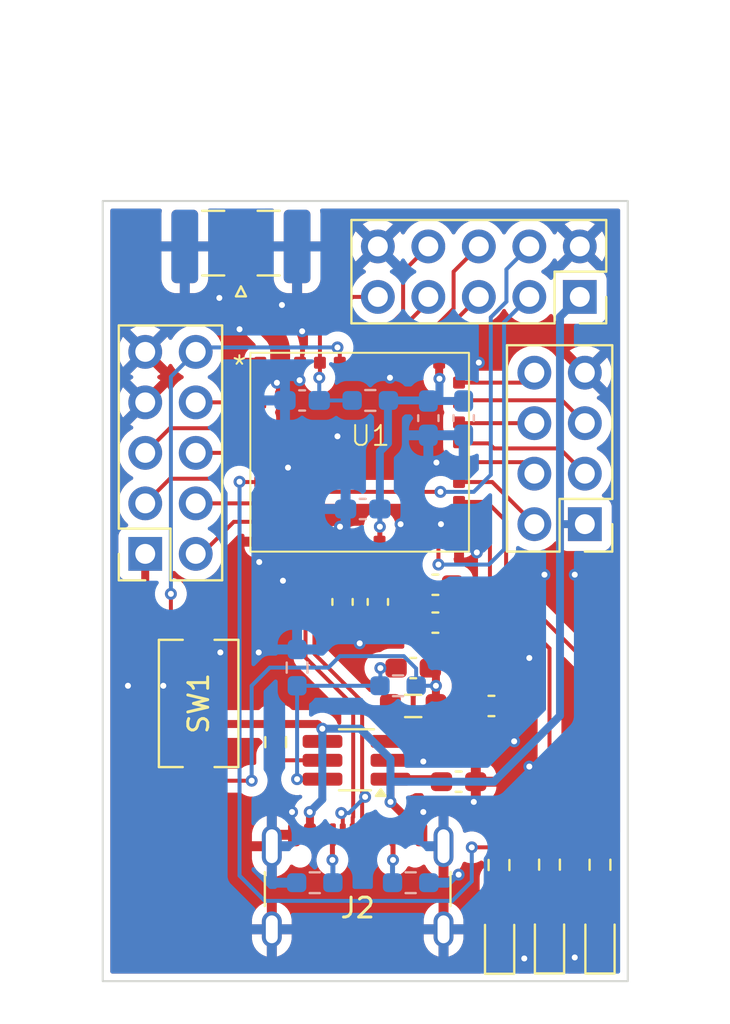
<source format=kicad_pcb>
(kicad_pcb (version 20241229) (generator "pcbnew") (generator_version "9.0")
  (layers (0 "F.Cu" signal) (2 "B.Cu" signal) (13 "F.Paste" user) (15 "B.Paste" user) (5 "F.SilkS" user "F.Silkscreen") (7 "B.SilkS" user "B.Silkscreen") (1 "F.Mask" user) (3 "B.Mask" user) (25 "Edge.Cuts" user))
  (net 0 "")
  (net 1 "GND")
  (net 2 "+3.3V")
  (net 3 "/MM_RESET_N")
  (net 4 "VBUS")
  (net 5 "Net-(U2-FB)")
  (net 6 "Net-(D1-A)")
  (net 7 "Net-(D2-A)")
  (net 8 "Net-(D3-A)")
  (net 9 "Net-(J1-In)")
  (net 12 "/USB_DP")
  (net 13 "/CC1")
  (net 14 "/CC2")
  (net 15 "/MM_JTAG_TDI")
  (net 16 "/MM_JTAG_TCK")
  (net 17 "/MM_JTAG_TDO")
  (net 18 "/MM_GPIO_3")
  (net 19 "/MM_BUSY")
  (net 20 "/MM_JTAG_TMS")
  (net 21 "/MM_GPIO_9")
  (net 22 "/MM_GPIO_7")
  (net 23 "/MM_WAKE")
  (net 24 "/MM_GPIO_10")
  (net 25 "/MM_DBG_RX")
  (net 26 "/MM_DBG_TX")
  (net 27 "/MM_GPIO_8")
  (net 28 "/MM_SD_D0")
  (net 29 "/MM_SD_D2")
  (net 30 "/MM_SD_D1")
  (net 31 "/MM_SD_CMD")
  (net 32 "/MM_SD_D3")
  (net 33 "/MM_SD_CLK")
  (net 34 "Net-(U2-LX)")
  (net 35 "/LED_PWR")
  (net 36 "/LED_R")
  (net 37 "/LED_G")
  (net 38 "Net-(U2-PG)")
  (net 39 "/USB_DN")
  (footprint "Capacitor_SMD:C_0603_1608Metric_Pad1.08x0.95mm_HandSolder" (layer "F.Cu") (at 78.74 80.01)
    (property "Reference" "C9")
    (property "Value" "10u")
    (pad "1" smd roundrect (at -0.8625 0) (size 1.075 0.95) (layers "F.Cu" "F.Mask" "F.Paste") (net 4 "VBUS"))
    (pad "2" smd roundrect (at 0.8625 0) (size 1.075 0.95) (layers "F.Cu" "F.Mask" "F.Paste") (net 1 "GND"))
  )
  (footprint "Resistor_SMD:R_0603_1608Metric_Pad0.98x0.95mm_HandSolder" (layer "F.Cu") (at 83.312 84.18225 -90)
    (property "Reference" "R3")
    (property "Value" "330")
    (pad "1" smd roundrect (at -0.9125 0 270) (size 0.975 0.95) (layers "F.Cu" "F.Mask" "F.Paste") (net 37 "/LED_G"))
    (pad "2" smd roundrect (at 0.9125 0 270) (size 0.975 0.95) (layers "F.Cu" "F.Mask" "F.Paste") (net 8 "Net-(D3-A)"))
  )
  (footprint "Connector_Coaxial:SMA_Samtec_SMA-J-P-H-ST-EM1_EdgeMount" (layer "F.Cu") (at 67.787 52.836 90)
    (property "Reference" "J1")
    (property "Value" "Conn_Coaxial")
    (pad "1" smd roundrect (at 0 0 180) (size 1.27 3.2) (layers "F.Cu" "F.Mask") (roundrect_rratio 0.1968503937) (net 9 "Net-(J1-In)"))
    (pad "2" smd roundrect (at -0.25 -2.825 180) (size 1.35 3.7) (layers "F.Cu" "F.Mask") (roundrect_rratio 0.1851851852) (net 1 "GND"))
    (pad "2" smd roundrect (at -0.25 -2.825 180) (size 1.35 3.7) (layers "B.Cu" "B.Mask") (roundrect_rratio 0.1851851852) (net 1 "GND"))
    (pad "2" smd roundrect (at -0.25 2.825 180) (size 1.35 3.7) (layers "F.Cu" "F.Mask") (roundrect_rratio 0.1851851852) (net 1 "GND"))
    (pad "2" smd roundrect (at -0.25 2.825 180) (size 1.35 3.7) (layers "B.Cu" "B.Mask") (roundrect_rratio 0.1851851852) (net 1 "GND"))
  )
  (footprint "MM8108:MF15457" (layer "F.Cu") (at 68.7605 53.937)
    (property "Reference" "U1" (at 5.5345 8.674 0) (layer "F.SilkS") (effects (font (thickness 0.1))))
    (property "Value" "MM8108-MF15457")
    (fp_text user "*" (at -1.5 5.75 0) (layer "F.SilkS") (effects (font (thickness 0.1)) (justify left bottom)))
    (pad "1" smd roundrect (at 0 5) (size 0.6 0.6) (layers "F.Cu" "F.Mask" "F.Paste") (roundrect_rratio 0.15) (net 1 "GND"))
    (pad "2" smd roundrect (at 1 5) (size 0.6 0.6) (layers "F.Cu" "F.Mask" "F.Paste") (roundrect_rratio 0.15) (net 9 "Net-(J1-In)"))
    (pad "3" smd roundrect (at 2 5) (size 0.6 0.6) (layers "F.Cu" "F.Mask" "F.Paste") (roundrect_rratio 0.15) (net 1 "GND"))
    (pad "4" smd roundrect (at 3 5) (size 0.6 0.6) (layers "F.Cu" "F.Mask" "F.Paste") (roundrect_rratio 0.15) (net 3 "/MM_RESET_N"))
    (pad "5" smd roundrect (at 4 5) (size 0.6 0.6) (layers "F.Cu" "F.Mask" "F.Paste") (roundrect_rratio 0.15) (net 23 "/MM_WAKE"))
    (pad "6" smd roundrect (at 5 5) (size 0.6 0.6) (layers "F.Cu" "F.Mask" "F.Paste") (roundrect_rratio 0.15) (net 20 "/MM_JTAG_TMS"))
    (pad "7" smd roundrect (at 6 5) (size 0.6 0.6) (layers "F.Cu" "F.Mask" "F.Paste") (roundrect_rratio 0.15) (net 16 "/MM_JTAG_TCK"))
    (pad "8" smd roundrect (at 7 5) (size 0.6 0.6) (layers "F.Cu" "F.Mask" "F.Paste") (roundrect_rratio 0.15) (net 17 "/MM_JTAG_TDO"))
    (pad "9" smd roundrect (at 8 5) (size 0.6 0.6) (layers "F.Cu" "F.Mask" "F.Paste") (roundrect_rratio 0.15) (net 15 "/MM_JTAG_TDI"))
    (pad "10" smd roundrect (at 9 5) (size 0.6 0.6) (layers "F.Cu" "F.Mask" "F.Paste") (roundrect_rratio 0.15) (net 2 "+3.3V"))
    (pad "11" smd roundrect (at 10 5) (size 0.6 0.6) (layers "F.Cu" "F.Mask" "F.Paste") (roundrect_rratio 0.15) (net 1 "GND"))
    (pad "12" smd roundrect (at 10 6) (size 0.6 0.6) (layers "F.Cu" "F.Mask" "F.Paste") (roundrect_rratio 0.15) (net 28 "/MM_SD_D0"))
    (pad "13" smd roundrect (at 10 7) (size 0.6 0.6) (layers "F.Cu" "F.Mask" "F.Paste") (roundrect_rratio 0.15) (net 32 "/MM_SD_D3"))
    (pad "14" smd roundrect (at 10 8) (size 0.6 0.6) (layers "F.Cu" "F.Mask" "F.Paste") (roundrect_rratio 0.15) (net 30 "/MM_SD_D1"))
    (pad "15" smd roundrect (at 10 9) (size 0.6 0.6) (layers "F.Cu" "F.Mask" "F.Paste") (roundrect_rratio 0.15) (net 29 "/MM_SD_D2"))
    (pad "16" smd roundrect (at 10 10) (size 0.6 0.6) (layers "F.Cu" "F.Mask" "F.Paste") (roundrect_rratio 0.15) (net 31 "/MM_SD_CMD"))
    (pad "17" smd roundrect (at 10 11) (size 0.6 0.6) (layers "F.Cu" "F.Mask" "F.Paste") (roundrect_rratio 0.15) (net 33 "/MM_SD_CLK"))
    (pad "18" smd roundrect (at 10 12) (size 0.6 0.6) (layers "F.Cu" "F.Mask" "F.Paste") (roundrect_rratio 0.15) (net 36 "/LED_R"))
    (pad "19" smd roundrect (at 10 13) (size 0.6 0.6) (layers "F.Cu" "F.Mask" "F.Paste") (roundrect_rratio 0.15) (net 37 "/LED_G"))
    (pad "20" smd roundrect (at 10 14) (size 0.6 0.6) (layers "F.Cu" "F.Mask" "F.Paste") (roundrect_rratio 0.15) (net 1 "GND"))
    (pad "21" smd roundrect (at 9 14) (size 0.6 0.6) (layers "F.Cu" "F.Mask" "F.Paste") (roundrect_rratio 0.15) (net 18 "/MM_GPIO_3"))
    (pad "22" smd roundrect (at 8 14) (size 0.6 0.6) (layers "F.Cu" "F.Mask" "F.Paste") (roundrect_rratio 0.15) (net 2 "+3.3V"))
    (pad "23" smd roundrect (at 7 14) (size 0.6 0.6) (layers "F.Cu" "F.Mask" "F.Paste") (roundrect_rratio 0.15) (net 1 "GND"))
    (pad "24" smd roundrect (at 6 14) (size 0.6 0.6) (layers "F.Cu" "F.Mask" "F.Paste") (roundrect_rratio 0.15) (net 2 "+3.3V"))
    (pad "25" smd roundrect (at 5 14) (size 0.6 0.6) (layers "F.Cu" "F.Mask" "F.Paste") (roundrect_rratio 0.15) (net 2 "+3.3V"))
    (pad "26" smd roundrect (at 4 14) (size 0.6 0.6) (layers "F.Cu" "F.Mask" "F.Paste") (roundrect_rratio 0.15) (net 1 "GND"))
    (pad "27" smd roundrect (at 3 14) (size 0.6 0.6) (layers "F.Cu" "F.Mask" "F.Paste") (roundrect_rratio 0.15) (net 39 "/USB_DN"))
    (pad "28" smd roundrect (at 2 14) (size 0.6 0.6) (layers "F.Cu" "F.Mask" "F.Paste") (roundrect_rratio 0.15) (net 12 "/USB_DP"))
    (pad "29" smd roundrect (at 1 14) (size 0.6 0.6) (layers "F.Cu" "F.Mask" "F.Paste") (roundrect_rratio 0.15) (net 19 "/MM_BUSY"))
    (pad "30" smd roundrect (at 0 14) (size 0.6 0.6) (layers "F.Cu" "F.Mask" "F.Paste") (roundrect_rratio 0.15) (net 1 "GND"))
    (pad "31" smd roundrect (at 0 13) (size 0.6 0.6) (layers "F.Cu" "F.Mask" "F.Paste") (roundrect_rratio 0.15) (net 25 "/MM_DBG_RX"))
    (pad "32" smd roundrect (at 0 12) (size 0.6 0.6) (layers "F.Cu" "F.Mask" "F.Paste") (roundrect_rratio 0.15) (net 26 "/MM_DBG_TX"))
    (pad "33" smd roundrect (at 0 11) (size 0.6 0.6) (layers "F.Cu" "F.Mask" "F.Paste") (roundrect_rratio 0.15) (net 35 "/LED_PWR"))
    (pad "34" smd roundrect (at 0 10) (size 0.6 0.6) (layers "F.Cu" "F.Mask" "F.Paste") (roundrect_rratio 0.15) (net 22 "/MM_GPIO_7"))
    (pad "35" smd roundrect (at 0 9) (size 0.6 0.6) (layers "F.Cu" "F.Mask" "F.Paste") (roundrect_rratio 0.15) (net 27 "/MM_GPIO_8"))
    (pad "36" smd roundrect (at 0 8) (size 0.6 0.6) (layers "F.Cu" "F.Mask" "F.Paste") (roundrect_rratio 0.15) (net 21 "/MM_GPIO_9"))
    (pad "37" smd roundrect (at 0 7) (size 0.6 0.6) (layers "F.Cu" "F.Mask" "F.Paste") (roundrect_rratio 0.15) (net 24 "/MM_GPIO_10"))
    (pad "38" smd roundrect (at 0 6) (size 0.6 0.6) (layers "F.Cu" "F.Mask" "F.Paste") (roundrect_rratio 0.15) (net 1 "GND"))
  )
  (footprint "Capacitor_SMD:C_0603_1608Metric_Pad1.08x0.95mm_HandSolder" (layer "F.Cu") (at 80.391 76.2)
    (property "Reference" "C11")
    (property "Value" "22pF")
    (pad "1" smd roundrect (at -0.8625 0) (size 1.075 0.95) (layers "F.Cu" "F.Mask" "F.Paste") (net 2 "+3.3V"))
    (pad "2" smd roundrect (at 0.8625 0) (size 1.075 0.95) (layers "F.Cu" "F.Mask" "F.Paste") (net 1 "GND"))
  )
  (footprint "Package_TO_SOT_SMD:TSOT-23-6_HandSoldering" (layer "F.Cu") (at 73.601 78.933 180)
    (property "Reference" "U2")
    (property "Value" "AP3401")
    (pad "1" smd roundrect (at -1.71 -0.95 180) (size 2 0.65) (layers "F.Cu" "F.Mask" "F.Paste") (net 4 "VBUS"))
    (pad "2" smd roundrect (at -1.71 0 180) (size 2 0.65) (layers "F.Cu" "F.Mask" "F.Paste") (net 1 "GND"))
    (pad "3" smd roundrect (at -1.71 0.95 180) (size 2 0.65) (layers "F.Cu" "F.Mask" "F.Paste") (net 34 "Net-(U2-LX)"))
    (pad "4" smd roundrect (at 1.71 0.95 180) (size 2 0.65) (layers "F.Cu" "F.Mask" "F.Paste") (net 4 "VBUS"))
    (pad "5" smd roundrect (at 1.71 0 180) (size 2 0.65) (layers "F.Cu" "F.Mask" "F.Paste") (net 38 "Net-(U2-PG)"))
    (pad "6" smd roundrect (at 1.71 -0.95 180) (size 2 0.65) (layers "F.Cu" "F.Mask" "F.Paste") (net 5 "Net-(U2-FB)"))
  )
  (footprint "Capacitor_SMD:C_0603_1608Metric_Pad1.08x0.95mm_HandSolder" (layer "F.Cu") (at 77.5705 72.009)
    (property "Reference" "C6")
    (property "Value" "10uF")
    (pad "1" smd roundrect (at -0.8625 0) (size 1.075 0.95) (layers "F.Cu" "F.Mask" "F.Paste") (net 2 "+3.3V"))
    (pad "2" smd roundrect (at 0.8625 0) (size 1.075 0.95) (layers "F.Cu" "F.Mask" "F.Paste") (net 1 "GND"))
  )
  (footprint "Connector_PinSocket_2.54mm:PinSocket_2x05_P2.54mm_Vertical" (layer "F.Cu") (at 62.972 68.55 180)
    (property "Reference" "J4")
    (property "Value" "Conn_02x05_Odd_Even")
    (pad "1" thru_hole rect (at 0 0 180) (size 1.7 1.7) (drill 1) (layers "*.Cu" "*.Mask") (net 4 "VBUS"))
    (pad "2" thru_hole circle (at -2.54 0 180) (size 1.7 1.7) (drill 1) (layers "*.Cu" "*.Mask") (net 25 "/MM_DBG_RX"))
    (pad "3" thru_hole circle (at 0 2.54 180) (size 1.7 1.7) (drill 1) (layers "*.Cu" "*.Mask") (net 22 "/MM_GPIO_7"))
    (pad "4" thru_hole circle (at -2.54 2.54 180) (size 1.7 1.7) (drill 1) (layers "*.Cu" "*.Mask") (net 26 "/MM_DBG_TX"))
    (pad "5" thru_hole circle (at 0 5.08 180) (size 1.7 1.7) (drill 1) (layers "*.Cu" "*.Mask") (net 21 "/MM_GPIO_9"))
    (pad "6" thru_hole circle (at -2.54 5.08 180) (size 1.7 1.7) (drill 1) (layers "*.Cu" "*.Mask") (net 27 "/MM_GPIO_8"))
    (pad "7" thru_hole circle (at 0 7.62 180) (size 1.7 1.7) (drill 1) (layers "*.Cu" "*.Mask") (net 1 "GND"))
    (pad "8" thru_hole circle (at -2.54 7.62 180) (size 1.7 1.7) (drill 1) (layers "*.Cu" "*.Mask") (net 24 "/MM_GPIO_10"))
    (pad "9" thru_hole circle (at 0 10.16 180) (size 1.7 1.7) (drill 1) (layers "*.Cu" "*.Mask") (net 1 "GND"))
    (pad "10" thru_hole circle (at -2.54 10.16 180) (size 1.7 1.7) (drill 1) (layers "*.Cu" "*.Mask") (net 23 "/MM_WAKE"))
  )
  (footprint "Capacitor_SMD:C_0603_1608Metric_Pad1.08x0.95mm_HandSolder" (layer "F.Cu") (at 72.898 70.9676 -90)
    (property "Reference" "C7")
    (property "Value" "10uF")
    (pad "1" smd roundrect (at -0.8625 0 270) (size 1.075 0.95) (layers "F.Cu" "F.Mask" "F.Paste") (net 2 "+3.3V"))
    (pad "2" smd roundrect (at 0.8625 0 270) (size 1.075 0.95) (layers "F.Cu" "F.Mask" "F.Paste") (net 1 "GND"))
  )
  (footprint "Inductor_SMD:L_0805_2012Metric_Pad1.05x1.20mm_HandSolder" (layer "F.Cu") (at 76.454 76.2)
    (property "Reference" "L1")
    (property "Value" "2.2uH")
    (pad "1" smd roundrect (at -1.15 0) (size 1.05 1.2) (layers "F.Cu" "F.Mask" "F.Paste") (roundrect_rratio 0.238095) (net 34 "Net-(U2-LX)"))
    (pad "2" smd roundrect (at 1.15 0) (size 1.05 1.2) (layers "F.Cu" "F.Mask" "F.Paste") (roundrect_rratio 0.238095) (net 2 "+3.3V"))
  )
  (footprint "Capacitor_SMD:C_0603_1608Metric_Pad1.08x0.95mm_HandSolder" (layer "F.Cu") (at 76.454 74.295 180)
    (property "Reference" "C10")
    (property "Value" "22pF")
    (pad "1" smd roundrect (at -0.8625 0 180) (size 1.075 0.95) (layers "F.Cu" "F.Mask" "F.Paste") (net 2 "+3.3V"))
    (pad "2" smd roundrect (at 0.8625 0 180) (size 1.075 0.95) (layers "F.Cu" "F.Mask" "F.Paste") (net 5 "Net-(U2-FB)"))
  )
  (footprint "Connector_PinSocket_2.54mm:PinSocket_2x05_P2.54mm_Vertical" (layer "F.Cu") (at 84.836 55.626 -90)
    (property "Reference" "J3")
    (property "Value" "Conn_02x05_Odd_Even")
    (pad "1" thru_hole rect (at 0 0 270) (size 1.7 1.7) (drill 1) (layers "*.Cu" "*.Mask") (net 4 "VBUS"))
    (pad "2" thru_hole circle (at -2.54 0 270) (size 1.7 1.7) (drill 1) (layers "*.Cu" "*.Mask") (net 1 "GND"))
    (pad "3" thru_hole circle (at 0 2.54 270) (size 1.7 1.7) (drill 1) (layers "*.Cu" "*.Mask") (net 18 "/MM_GPIO_3"))
    (pad "4" thru_hole circle (at -2.54 2.54 270) (size 1.7 1.7) (drill 1) (layers "*.Cu" "*.Mask") (net 19 "/MM_BUSY"))
    (pad "5" thru_hole circle (at 0 5.08 270) (size 1.7 1.7) (drill 1) (layers "*.Cu" "*.Mask") (net 15 "/MM_JTAG_TDI"))
    (pad "6" thru_hole circle (at -2.54 5.08 270) (size 1.7 1.7) (drill 1) (layers "*.Cu" "*.Mask") (net 17 "/MM_JTAG_TDO"))
    (pad "7" thru_hole circle (at 0 7.62 270) (size 1.7 1.7) (drill 1) (layers "*.Cu" "*.Mask") (net 16 "/MM_JTAG_TCK"))
    (pad "8" thru_hole circle (at -2.54 7.62 270) (size 1.7 1.7) (drill 1) (layers "*.Cu" "*.Mask") (net 20 "/MM_JTAG_TMS"))
    (pad "9" thru_hole circle (at 0 10.16 270) (size 1.7 1.7) (drill 1) (layers "*.Cu" "*.Mask") (net 3 "/MM_RESET_N"))
    (pad "10" thru_hole circle (at -2.54 10.16 270) (size 1.7 1.7) (drill 1) (layers "*.Cu" "*.Mask") (net 1 "GND"))
  )
  (footprint "Resistor_SMD:R_0603_1608Metric_Pad0.98x0.95mm_HandSolder" (layer "F.Cu") (at 69.535 78.0205 -90)
    (property "Reference" "R7")
    (property "Value" "100k")
    (pad "1" smd roundrect (at -0.9125 0 270) (size 0.975 0.95) (layers "F.Cu" "F.Mask" "F.Paste") (net 4 "VBUS"))
    (pad "2" smd roundrect (at 0.9125 0 270) (size 0.975 0.95) (layers "F.Cu" "F.Mask" "F.Paste") (net 38 "Net-(U2-PG)"))
  )
  (footprint "Resistor_SMD:R_0603_1608Metric_Pad0.98x0.95mm_HandSolder" (layer "F.Cu") (at 85.852 84.187 -90)
    (property "Reference" "R2")
    (property "Value" "330")
    (pad "1" smd roundrect (at -0.9125 0 270) (size 0.975 0.95) (layers "F.Cu" "F.Mask" "F.Paste") (net 36 "/LED_R"))
    (pad "2" smd roundrect (at 0.9125 0 270) (size 0.975 0.95) (layers "F.Cu" "F.Mask" "F.Paste") (net 7 "Net-(D2-A)"))
  )
  (footprint "Capacitor_SMD:C_0603_1608Metric_Pad1.08x0.95mm_HandSolder" (layer "F.Cu") (at 74.676 70.9665 -90)
    (property "Reference" "C3")
    (property "Value" "100nF")
    (pad "1" smd roundrect (at -0.8625 0 270) (size 1.075 0.95) (layers "F.Cu" "F.Mask" "F.Paste") (net 2 "+3.3V"))
    (pad "2" smd roundrect (at 0.8625 0 270) (size 1.075 0.95) (layers "F.Cu" "F.Mask" "F.Paste") (net 1 "GND"))
  )
  (footprint "Diode_SMD:D_0603_1608Metric_Pad1.05x0.95mm_HandSolder" (layer "F.Cu") (at 80.802 88.011 90)
    (property "Reference" "D1")
    (property "Value" "GREEN")
    (pad "1" smd roundrect (at -0.875 0 90) (size 1.05 0.95) (layers "F.Cu" "F.Mask" "F.Paste") (net 1 "GND"))
    (pad "2" smd roundrect (at 0.875 0 90) (size 1.05 0.95) (layers "F.Cu" "F.Mask" "F.Paste") (net 6 "Net-(D1-A)"))
  )
  (footprint "Resistor_SMD:R_0603_1608Metric_Pad0.98x0.95mm_HandSolder" (layer "F.Cu") (at 80.772 84.201 -90)
    (property "Reference" "R1")
    (property "Value" "330")
    (pad "1" smd roundrect (at -0.9125 0 270) (size 0.975 0.95) (layers "F.Cu" "F.Mask" "F.Paste") (net 35 "/LED_PWR"))
    (pad "2" smd roundrect (at 0.9125 0 270) (size 0.975 0.95) (layers "F.Cu" "F.Mask" "F.Paste") (net 6 "Net-(D1-A)"))
  )
  (footprint "Capacitor_SMD:C_0603_1608Metric_Pad1.08x0.95mm_HandSolder" (layer "F.Cu") (at 77.5705 70.104)
    (property "Reference" "C2")
    (property "Value" "100nF")
    (pad "1" smd roundrect (at -0.8625 0) (size 1.075 0.95) (layers "F.Cu" "F.Mask" "F.Paste") (net 2 "+3.3V"))
    (pad "2" smd roundrect (at 0.8625 0) (size 1.075 0.95) (layers "F.Cu" "F.Mask" "F.Paste") (net 1 "GND"))
  )
  (footprint "Diode_SMD:D_0603_1608Metric_Pad1.05x0.95mm_HandSolder" (layer "F.Cu") (at 85.852 87.997 90)
    (property "Reference" "D2")
    (property "Value" "RED")
    (pad "1" smd roundrect (at -0.875 0 90) (size 1.05 0.95) (layers "F.Cu" "F.Mask" "F.Paste") (net 1 "GND"))
    (pad "2" smd roundrect (at 0.875 0 90) (size 1.05 0.95) (layers "F.Cu" "F.Mask" "F.Paste") (net 7 "Net-(D2-A)"))
  )
  (footprint "Diode_SMD:D_0603_1608Metric_Pad1.05x0.95mm_HandSolder" (layer "F.Cu") (at 83.312 87.99225 90)
    (property "Reference" "D3")
    (property "Value" "GREEN")
    (pad "1" smd roundrect (at -0.875 0 90) (size 1.05 0.95) (layers "F.Cu" "F.Mask" "F.Paste") (net 1 "GND"))
    (pad "2" smd roundrect (at 0.875 0 90) (size 1.05 0.95) (layers "F.Cu" "F.Mask" "F.Paste") (net 8 "Net-(D3-A)"))
  )
  (footprint "Connector_PinHeader_2.54mm:PinHeader_2x04_P2.54mm_Vertical" (layer "F.Cu") (at 85.09 67.056 180)
    (property "Reference" "J5")
    (property "Value" "Conn_02x04_Odd_Even")
    (pad "1" thru_hole rect (at 0 0 180) (size 1.7 1.7) (drill 1) (layers "*.Cu" "*.Mask") (net 4 "VBUS"))
    (pad "2" thru_hole circle (at 2.54 0 180) (size 1.7 1.7) (drill 1) (layers "*.Cu" "*.Mask") (net 33 "/MM_SD_CLK"))
    (pad "3" thru_hole circle (at 0 2.54 180) (size 1.7 1.7) (drill 1) (layers "*.Cu" "*.Mask") (net 29 "/MM_SD_D2"))
    (pad "4" thru_hole circle (at 2.54 2.54 180) (size 1.7 1.7) (drill 1) (layers "*.Cu" "*.Mask") (net 31 "/MM_SD_CMD"))
    (pad "5" thru_hole circle (at 0 5.08 180) (size 1.7 1.7) (drill 1) (layers "*.Cu" "*.Mask") (net 32 "/MM_SD_D3"))
    (pad "6" thru_hole circle (at 2.54 5.08 180) (size 1.7 1.7) (drill 1) (layers "*.Cu" "*.Mask") (net 30 "/MM_SD_D1"))
    (pad "7" thru_hole circle (at 0 7.62 180) (size 1.7 1.7) (drill 1) (layers "*.Cu" "*.Mask") (net 1 "GND"))
    (pad "8" thru_hole circle (at 2.54 7.62 180) (size 1.7 1.7) (drill 1) (layers "*.Cu" "*.Mask") (net 28 "/MM_SD_D0"))
  )
  (footprint "Button_Switch_SMD:SW_Tactile_SPST_NO_Straight_CK_PTS636Sx25SMTRLFS" (layer "F.Cu") (at 65.659 76.073 90)
    (property "Reference" "SW1" (at 0 0 90) (layer "F.SilkS"))
    (property "Value" "SW_SPST")
    (pad "1" smd rect (at -3.875 0 90) (size 1.25 1) (layers "F.Cu" "F.Mask" "F.Paste") (net 2 "+3.3V"))
    (pad "2" smd rect (at 3.875 0 90) (size 1.25 1) (layers "F.Cu" "F.Mask" "F.Paste") (net 23 "/MM_WAKE"))
  )
  (footprint "Connector_USB:USB_C_Receptacle_GCT_USB4105-xx-A_16P_TopMnt_Horizontal" (layer "F.Cu") (at 73.66 86.36)
    (property "Reference" "J2" (at 0 0 0) (layer "F.SilkS"))
    (property "Value" "USB_C_Receptacle_USB2.0_16P")
    (pad "" np_thru_hole circle (at -2.89 -2.605) (size 0.65 0.65) (drill 0.65) (layers "*.Cu" "*.Mask"))
    (pad "" np_thru_hole circle (at 2.89 -2.605) (size 0.65 0.65) (drill 0.65) (layers "*.Cu" "*.Mask"))
    (pad "A1" smd roundrect (at -3.2 -3.68) (size 0.6 1.15) (layers "F.Cu" "F.Mask" "F.Paste") (net 1 "GND"))
    (pad "A4" smd roundrect (at -2.4 -3.68) (size 0.6 1.15) (layers "F.Cu" "F.Mask" "F.Paste") (net 4 "VBUS"))
    (pad "A5" smd roundrect (at -1.25 -3.68) (size 0.3 1.15) (layers "F.Cu" "F.Mask" "F.Paste") (net 13 "/CC1"))
    (pad "A6" smd roundrect (at -0.25 -3.68) (size 0.3 1.15) (layers "F.Cu" "F.Mask" "F.Paste") (net 12 "/USB_DP"))
    (pad "A7" smd roundrect (at 0.25 -3.68) (size 0.3 1.15) (layers "F.Cu" "F.Mask" "F.Paste") (net 39 "/USB_DN"))
    (pad "A8" smd roundrect (at 1.25 -3.68) (size 0.3 1.15) (layers "F.Cu" "F.Mask" "F.Paste"))
    (pad "A9" smd roundrect (at 2.4 -3.68) (size 0.6 1.15) (layers "F.Cu" "F.Mask" "F.Paste") (net 4 "VBUS"))
    (pad "A12" smd roundrect (at 3.2 -3.68) (size 0.6 1.15) (layers "F.Cu" "F.Mask" "F.Paste") (net 1 "GND"))
    (pad "B1" smd roundrect (at 3.2 -3.68) (size 0.6 1.15) (layers "F.Cu" "F.Mask" "F.Paste") (net 1 "GND"))
    (pad "B4" smd roundrect (at 2.4 -3.68) (size 0.6 1.15) (layers "F.Cu" "F.Mask" "F.Paste") (net 4 "VBUS"))
    (pad "B5" smd roundrect (at 1.75 -3.68) (size 0.3 1.15) (layers "F.Cu" "F.Mask" "F.Paste") (net 14 "/CC2"))
    (pad "B6" smd roundrect (at 0.75 -3.68) (size 0.3 1.15) (layers "F.Cu" "F.Mask" "F.Paste") (net 12 "/USB_DP"))
    (pad "B7" smd roundrect (at -0.75 -3.68) (size 0.3 1.15) (layers "F.Cu" "F.Mask" "F.Paste") (net 39 "/USB_DN"))
    (pad "B8" smd roundrect (at -1.75 -3.68) (size 0.3 1.15) (layers "F.Cu" "F.Mask" "F.Paste"))
    (pad "B9" smd roundrect (at -2.4 -3.68) (size 0.6 1.15) (layers "F.Cu" "F.Mask" "F.Paste") (net 4 "VBUS"))
    (pad "B12" smd roundrect (at -3.2 -3.68) (size 0.6 1.15) (layers "F.Cu" "F.Mask" "F.Paste") (net 1 "GND"))
    (pad "S1" thru_hole oval (at -4.32 -3.105) (size 1 2.1) (drill oval 0.6 1.7) (property pad_prop_heatsink) (layers "*.Cu" "*.Mask" "F.Paste") (net 1 "GND"))
    (pad "S1" thru_hole oval (at -4.32 1.075) (size 1 1.8) (drill oval 0.6 1.4) (property pad_prop_heatsink) (layers "*.Cu" "*.Mask" "F.Paste") (net 1 "GND"))
    (pad "S1" thru_hole oval (at 4.32 -3.105) (size 1 2.1) (drill oval 0.6 1.7) (property pad_prop_heatsink) (layers "*.Cu" "*.Mask" "F.Paste") (net 1 "GND"))
    (pad "S1" thru_hole oval (at 4.32 1.075) (size 1 1.8) (drill oval 0.6 1.4) (property pad_prop_heatsink) (layers "*.Cu" "*.Mask" "F.Paste") (net 1 "GND"))
  )
  (footprint "Resistor_SMD:R_0603_1608Metric_Pad0.98x0.95mm_HandSolder" (layer "B.Cu") (at 76.327 85.09)
    (property "Reference" "R4")
    (property "Value" "5.1k")
    (pad "1" smd roundrect (at -0.9125 0) (size 0.975 0.95) (layers "B.Cu" "B.Mask" "B.Paste") (net 14 "/CC2"))
    (pad "2" smd roundrect (at 0.9125 0) (size 0.975 0.95) (layers "B.Cu" "B.Mask" "B.Paste") (net 1 "GND"))
  )
  (footprint "Capacitor_SMD:C_0603_1608Metric_Pad1.08x0.95mm_HandSolder" (layer "B.Cu") (at 78.994 61.722 -90)
    (property "Reference" "C5")
    (property "Value" "10uF")
    (pad "1" smd roundrect (at -0.8625 0 270) (size 1.075 0.95) (layers "B.Cu" "B.Mask" "B.Paste") (net 2 "+3.3V"))
    (pad "2" smd roundrect (at 0.8625 0 270) (size 1.075 0.95) (layers "B.Cu" "B.Mask" "B.Paste") (net 1 "GND"))
  )
  (footprint "Resistor_SMD:R_0603_1608Metric_Pad0.98x0.95mm_HandSolder" (layer "B.Cu") (at 74.295 60.833 180)
    (property "Reference" "R6")
    (property "Value" "220k")
    (pad "1" smd roundrect (at -0.9125 0 180) (size 0.975 0.95) (layers "B.Cu" "B.Mask" "B.Paste") (net 2 "+3.3V"))
    (pad "2" smd roundrect (at 0.9125 0 180) (size 0.975 0.95) (layers "B.Cu" "B.Mask" "B.Paste") (net 3 "/MM_RESET_N"))
  )
  (footprint "Resistor_SMD:R_0603_1608Metric_Pad0.98x0.95mm_HandSolder" (layer "B.Cu") (at 70.612 74.2715 90)
    (property "Reference" "R9")
    (property "Value" "100k")
    (pad "1" smd roundrect (at -0.9125 0 90) (size 0.975 0.95) (layers "B.Cu" "B.Mask" "B.Paste") (net 5 "Net-(U2-FB)"))
    (pad "2" smd roundrect (at 0.9125 0 90) (size 0.975 0.95) (layers "B.Cu" "B.Mask" "B.Paste") (net 1 "GND"))
  )
  (footprint "Resistor_SMD:R_0603_1608Metric_Pad0.98x0.95mm_HandSolder" (layer "B.Cu") (at 71.501 85.09 180)
    (property "Reference" "R5")
    (property "Value" "5.1k")
    (pad "1" smd roundrect (at -0.9125 0 180) (size 0.975 0.95) (layers "B.Cu" "B.Mask" "B.Paste") (net 13 "/CC1"))
    (pad "2" smd roundrect (at 0.9125 0 180) (size 0.975 0.95) (layers "B.Cu" "B.Mask" "B.Paste") (net 1 "GND"))
  )
  (footprint "Capacitor_SMD:C_0603_1608Metric_Pad1.08x0.95mm_HandSolder" (layer "B.Cu") (at 73.914 66.294 180)
    (property "Reference" "C4")
    (property "Value" "100nF")
    (pad "1" smd roundrect (at -0.8625 0 180) (size 1.075 0.95) (layers "B.Cu" "B.Mask" "B.Paste") (net 2 "+3.3V"))
    (pad "2" smd roundrect (at 0.8625 0 180) (size 1.075 0.95) (layers "B.Cu" "B.Mask" "B.Paste") (net 1 "GND"))
  )
  (footprint "Capacitor_SMD:C_0603_1608Metric_Pad1.08x0.95mm_HandSolder" (layer "B.Cu") (at 77.216 61.722 -90)
    (property "Reference" "C1")
    (property "Value" "100nF")
    (pad "1" smd roundrect (at -0.8625 0 270) (size 1.075 0.95) (layers "B.Cu" "B.Mask" "B.Paste") (net 2 "+3.3V"))
    (pad "2" smd roundrect (at 0.8625 0 270) (size 1.075 0.95) (layers "B.Cu" "B.Mask" "B.Paste") (net 1 "GND"))
  )
  (footprint "Resistor_SMD:R_0603_1608Metric_Pad0.98x0.95mm_HandSolder" (layer "B.Cu") (at 75.692 75.184 180)
    (property "Reference" "R8")
    (property "Value" "453k")
    (pad "1" smd roundrect (at -0.9125 0 180) (size 0.975 0.95) (layers "B.Cu" "B.Mask" "B.Paste") (net 2 "+3.3V"))
    (pad "2" smd roundrect (at 0.9125 0 180) (size 0.975 0.95) (layers "B.Cu" "B.Mask" "B.Paste") (net 5 "Net-(U2-FB)"))
  )
  (footprint "Capacitor_SMD:C_0603_1608Metric_Pad1.08x0.95mm_HandSolder" (layer "B.Cu") (at 70.866 60.833 180)
    (property "Reference" "C8")
    (property "Value" "2.2uF")
    (pad "1" smd roundrect (at -0.8625 0 180) (size 1.075 0.95) (layers "B.Cu" "B.Mask" "B.Paste") (net 3 "/MM_RESET_N"))
    (pad "2" smd roundrect (at 0.8625 0 180) (size 1.075 0.95) (layers "B.Cu" "B.Mask" "B.Paste") (net 1 "GND"))
  )
  (gr_rect (start 60.833 50.8) (end 87.249 90.043) (stroke (width 0.1)) (fill no) (layer "Edge.Cuts"))
  (segment (start 76.901 78.933) (end 76.962 78.994) (width 0.2) (layer "F.Cu") (net 1))
  (segment (start 81.23 76.2) (end 81.28 76.15) (width 0.4) (layer "F.Cu") (net 1))
  (segment (start 75.311 78.933) (end 76.901 78.933) (width 0.2) (layer "F.Cu") (net 1))
  (via (at 82.296 73.787) (size 0.6) (drill 0.3) (layers "F.Cu" "B.Cu") (net 1))
  (via (at 68.707 68.961) (size 0.6) (drill 0.3) (layers "F.Cu" "B.Cu") (net 1))
  (via (at 79.756 58.928) (size 0.6) (drill 0.3) (layers "F.Cu" "B.Cu") (net 1))
  (via (at 69.596 59.944) (size 0.6) (drill 0.3) (layers "F.Cu" "B.Cu") (net 1))
  (via (at 82.042 88.9) (size 0.6) (drill 0.3) (layers "F.Cu" "B.Cu") (net 1))
  (via (at 79.502 81.026) (size 0.6) (drill 0.3) (layers "F.Cu" "B.Cu") (net 1))
  (via (at 68.6816 73.5076) (size 0.6) (drill 0.3) (layers "F.Cu" "B.Cu") (net 1))
  (via (at 72.644 62.6364) (size 0.6) (drill 0.3) (layers "F.Cu" "B.Cu") (net 1))
  (via (at 69.9008 69.9008) (size 0.6) (drill 0.3) (layers "F.Cu" "B.Cu") (net 1))
  (via (at 84.582 69.596) (size 0.6) (drill 0.3) (layers "F.Cu" "B.Cu") (net 1))
  (via (at 70.866 57.3532) (size 0.6) (drill 0.3) (layers "F.Cu" "B.Cu") (net 1))
  (via (at 70.739 59.817) (size 0.6) (drill 0.3) (layers "F.Cu" "B.Cu") (net 1))
  (via (at 69.85 56.0324) (size 0.6) (drill 0.3) (layers "F.Cu" "B.Cu") (net 1))
  (via (at 77.6224 63.9572) (size 0.6) (drill 0.3) (layers "F.Cu" "B.Cu") (net 1))
  (via (at 70.358 81.534) (size 0.6) (drill 0.3) (layers "F.Cu" "B.Cu") (net 1))
  (via (at 73.7616 73.0504) (size 0.6) (drill 0.3) (layers "F.Cu" "B.Cu") (net 1))
  (via (at 75.819 67.056) (size 0.6) (drill 0.3) (layers "F.Cu" "B.Cu") (net 1))
  (via (at 75.2856 59.69) (size 0.6) (drill 0.3) (layers "F.Cu" "B.Cu") (net 1))
  (via (at 66.7512 73.5076) (size 0.6) (drill 0.3) (layers "F.Cu" "B.Cu") (net 1))
  (via (at 79.6544 68.4784) (size 0.6) (drill 0.3) (layers "F.Cu" "B.Cu") (net 1))
  (via (at 82.296 79.248) (size 0.6) (drill 0.3) (layers "F.Cu" "B.Cu") (net 1))
  (via (at 76.962 78.994) (size 0.6) (drill 0.3) (layers "F.Cu" "B.Cu") (net 1))
  (via (at 63.881 75.184) (size 0.6) (drill 0.3) (layers "F.Cu" "B.Cu") (net 1))
  (via (at 77.851 67.056) (size 0.6) (drill 0.3) (layers "F.Cu" "B.Cu") (net 1))
  (via (at 72.771 67.183) (size 0.6) (drill 0.3) (layers "F.Cu" "B.Cu") (net 1))
  (via (at 83.058 69.596) (size 0.6) (drill 0.3) (layers "F.Cu" "B.Cu") (net 1))
  (via (at 84.582 88.8492) (size 0.6) (drill 0.3) (layers "F.Cu" "B.Cu") (net 1))
  (via (at 67.7164 57.2516) (size 0.6) (drill 0.3) (layers "F.Cu" "B.Cu") (net 1))
  (via (at 78.74 84.6836) (size 0.6) (drill 0.3) (layers "F.Cu" "B.Cu") (net 1))
  (via (at 81.534 77.978) (size 0.6) (drill 0.3) (layers "F.Cu" "B.Cu") (net 1))
  (via (at 66.7004 55.6768) (size 0.6) (drill 0.3) (layers "F.Cu" "B.Cu") (net 1))
  (via (at 76.962 81.534) (size 0.6) (drill 0.3) (layers "F.Cu" "B.Cu") (net 1))
  (via (at 62.103 75.184) (size 0.6) (drill 0.3) (layers "F.Cu" "B.Cu") (net 1))
  (via (at 70.1548 64.2112) (size 0.6) (drill 0.3) (layers "F.Cu" "B.Cu") (net 1))
  (segment (start 77.597 76.193) (end 77.604 76.2) (width 0.25) (layer "F.Cu") (net 2))
  (segment (start 74.7765 67.183) (end 74.7765 67.921) (width 0.25) (layer "F.Cu") (net 2))
  (segment (start 79.4755 76.2) (end 79.502 76.2265) (width 0.4) (layer "F.Cu") (net 2))
  (segment (start 72.898 70.0035) (end 72.898 69.215) (width 0.4) (layer "F.Cu") (net 2))
  (segment (start 73.7605 68.3525) (end 73.7605 67.937) (width 0.4) (layer "F.Cu") (net 2))
  (segment (start 77.604 76.2) (end 79.4755 76.2) (width 0.4) (layer "F.Cu") (net 2))
  (segment (start 76.708 70.104) (end 74.676 70.104) (width 0.4) (layer "F.Cu") (net 2))
  (segment (start 74.7605 70.0195) (end 74.676 70.104) (width 0.25) (layer "F.Cu") (net 2))
  (segment (start 77.597 74.168) (end 77.597 75.184) (width 0.4) (layer "F.Cu") (net 2))
  (segment (start 76.708 72.009) (end 76.708 73.279) (width 0.4) (layer "F.Cu") (net 2))
  (segment (start 74.7765 67.921) (end 74.7605 67.937) (width 0.25) (layer "F.Cu") (net 2))
  (segment (start 74.7605 67.937) (end 74.7605 70.0195) (width 0.4) (layer "F.Cu") (net 2))
  (segment (start 74.676 70.104) (end 72.9985 70.104) (width 0.4) (layer "F.Cu") (net 2))
  (segment (start 77.597 75.184) (end 77.597 76.193) (width 0.4) (layer "F.Cu") (net 2))
  (segment (start 76.708 72.009) (end 76.708 67.9895) (width 0.4) (layer "F.Cu") (net 2))
  (segment (start 76.708 67.9895) (end 76.7605 67.937) (width 0.25) (layer "F.Cu") (net 2))
  (segment (start 65.6702 79.9592) (end 68.326 79.9592) (width 0.2) (layer "F.Cu") (net 2))
  (segment (start 77.7605 59.7265) (end 77.7748 59.7408) (width 0.2) (layer "F.Cu") (net 2))
  (segment (start 65.659 79.948) (end 65.6702 79.9592) (width 0.2) (layer "F.Cu") (net 2))
  (segment (start 76.708 73.279) (end 77.597 74.168) (width 0.4) (layer "F.Cu") (net 2))
  (segment (start 72.9985 70.104) (end 72.898 70.0035) (width 0.4) (layer "F.Cu") (net 2))
  (segment (start 77.7605 58.937) (end 77.7605 59.7265) (width 0.4) (layer "F.Cu") (net 2))
  (segment (start 72.898 69.215) (end 73.7605 68.3525) (width 0.4) (layer "F.Cu") (net 2))
  (via (at 77.7748 59.7408) (size 0.6) (drill 0.3) (layers "F.Cu" "B.Cu") (net 2))
  (via (at 68.326 79.9592) (size 0.6) (drill 0.3) (layers "F.Cu" "B.Cu") (net 2))
  (via (at 77.597 75.184) (size 0.6) (drill 0.3) (layers "F.Cu" "B.Cu") (net 2))
  (via (at 74.7765 67.183) (size 0.6) (drill 0.3) (layers "F.Cu" "B.Cu") (net 2))
  (segment (start 68.326 75.184) (end 69.2404 74.2696) (width 0.2) (layer "B.Cu") (net 2))
  (segment (start 76.6045 75.184) (end 77.597 75.184) (width 0.2) (layer "B.Cu") (net 2))
  (segment (start 72.1868 74.2696) (end 72.7624 73.694) (width 0.2) (layer "B.Cu") (net 2))
  (segment (start 72.7624 73.694) (end 75.98 73.694) (width 0.2) (layer "B.Cu") (net 2))
  (segment (start 77.1895 60.833) (end 77.216 60.8595) (width 0.2) (layer "B.Cu") (net 2))
  (segment (start 77.7748 59.7408) (end 77.7748 60.8595) (width 0.4) (layer "B.Cu") (net 2))
  (segment (start 76.6045 74.3185) (end 76.6045 75.184) (width 0.2) (layer "B.Cu") (net 2))
  (segment (start 78.994 60.8595) (end 77.7748 60.8595) (width 0.4) (layer "B.Cu") (net 2))
  (segment (start 69.2404 74.2696) (end 72.1868 74.2696) (width 0.2) (layer "B.Cu") (net 2))
  (segment (start 75.98 73.694) (end 76.6045 74.3185) (width 0.2) (layer "B.Cu") (net 2))
  (segment (start 74.7765 66.294) (end 74.7765 63.3995) (width 0.4) (layer "B.Cu") (net 2))
  (segment (start 68.326 79.9592) (end 68.326 75.184) (width 0.2) (layer "B.Cu") (net 2))
  (segment (start 74.7765 63.3995) (end 75.184 62.992) (width 0.4) (layer "B.Cu") (net 2))
  (segment (start 74.7765 66.294) (end 74.7765 67.183) (width 0.25) (layer "B.Cu") (net 2))
  (segment (start 77.7748 60.8595) (end 77.216 60.8595) (width 0.4) (layer "B.Cu") (net 2))
  (segment (start 75.184 62.992) (end 75.184 60.8565) (width 0.4) (layer "B.Cu") (net 2))
  (segment (start 75.2075 60.833) (end 77.1895 60.833) (width 0.4) (layer "B.Cu") (net 2))
  (segment (start 75.184 60.8565) (end 75.2075 60.833) (width 0.25) (layer "B.Cu") (net 2))
  (segment (start 73.406 55.626) (end 71.7605 57.2715) (width 0.2) (layer "F.Cu") (net 3))
  (segment (start 71.7605 57.2715) (end 71.7605 58.937) (width 0.2) (layer "F.Cu") (net 3))
  (segment (start 74.676 55.626) (end 73.406 55.626) (width 0.2) (layer "F.Cu") (net 3))
  (segment (start 71.7605 59.658) (end 71.7285 59.69) (width 0.25) (layer "F.Cu") (net 3))
  (segment (start 71.7605 58.937) (end 71.7605 59.658) (width 0.2) (layer "F.Cu") (net 3))
  (via (at 71.7285 59.69) (size 0.6) (drill 0.3) (layers "F.Cu" "B.Cu") (net 3))
  (segment (start 73.3825 60.833) (end 71.7285 60.833) (width 0.2) (layer "B.Cu") (net 3))
  (segment (start 71.7285 60.833) (end 71.7285 59.69) (width 0.2) (layer "B.Cu") (net 3))
  (segment (start 71.26 81.547) (end 71.247 81.534) (width 0.4) (layer "F.Cu") (net 4))
  (segment (start 69.535 77.108) (end 71.647 77.108) (width 0.4) (layer "F.Cu") (net 4))
  (segment (start 77.7505 79.883) (end 75.311 79.883) (width 0.4) (layer "F.Cu") (net 4))
  (segment (start 64.281 77.108) (end 69.535 77.108) (width 0.4) (layer "F.Cu") (net 4))
  (segment (start 71.26 82.68) (end 71.26 81.547) (width 0.4) (layer "F.Cu") (net 4))
  (segment (start 62.972 75.799) (end 64.281 77.108) (width 0.4) (layer "F.Cu") (net 4))
  (segment (start 71.891 77.352) (end 71.882 77.343) (width 0.4) (layer "F.Cu") (net 4))
  (segment (start 71.891 77.983) (end 71.891 77.352) (width 0.4) (layer "F.Cu") (net 4))
  (segment (start 75.311 81.026) (end 76.06 81.775) (width 0.4) (layer "F.Cu") (net 4))
  (segment (start 77.8775 80.01) (end 77.7505 79.883) (width 0.4) (layer "F.Cu") (net 4))
  (segment (start 62.972 68.55) (end 62.972 75.799) (width 0.4) (layer "F.Cu") (net 4))
  (segment (start 71.647 77.108) (end 71.882 77.343) (width 0.4) (layer "F.Cu") (net 4))
  (segment (start 75.311 81.026) (end 75.311 79.883) (width 0.4) (layer "F.Cu") (net 4))
  (segment (start 76.06 81.775) (end 76.06 82.68) (width 0.4) (layer "F.Cu") (net 4))
  (via (at 71.882 77.343) (size 0.6) (drill 0.3) (layers "F.Cu" "B.Cu") (net 4))
  (via (at 75.311 81.026) (size 0.6) (drill 0.3) (layers "F.Cu" "B.Cu") (net 4))
  (via (at 71.247 81.534) (size 0.6) (drill 0.3) (layers "F.Cu" "B.Cu") (net 4))
  (segment (start 80.518 80.01) (end 75.311 80.01) (width 0.4) (layer "B.Cu") (net 4))
  (segment (start 71.882 80.899) (end 71.882 77.343) (width 0.4) (layer "B.Cu") (net 4))
  (segment (start 83.839 67.056) (end 83.839 76.689) (width 0.4) (layer "B.Cu") (net 4))
  (segment (start 75.311 78.867) (end 73.787 77.343) (width 0.4) (layer "B.Cu") (net 4))
  (segment (start 71.247 81.534) (end 71.882 80.899) (width 0.4) (layer "B.Cu") (net 4))
  (segment (start 73.787 77.343) (end 71.882 77.343) (width 0.4) (layer "B.Cu") (net 4))
  (segment (start 85.09 67.056) (end 83.839 67.056) (width 0.4) (layer "B.Cu") (net 4))
  (segment (start 75.311 81.026) (end 75.311 80.01) (width 0.4) (layer "B.Cu") (net 4))
  (segment (start 83.839 76.689) (end 80.518 80.01) (width 0.4) (layer "B.Cu") (net 4))
  (segment (start 84.836 55.626) (end 83.839 56.623) (width 0.4) (layer "B.Cu") (net 4))
  (segment (start 75.311 80.01) (end 75.311 78.867) (width 0.4) (layer "B.Cu") (net 4))
  (segment (start 83.839 56.623) (end 83.839 67.056) (width 0.4) (layer "B.Cu") (net 4))
  (segment (start 75.5915 74.295) (end 74.803 74.295) (width 0.2) (layer "F.Cu") (net 5))
  (segment (start 71.891 79.883) (end 70.612 79.883) (width 0.2) (layer "F.Cu") (net 5))
  (via (at 70.612 79.883) (size 0.6) (drill 0.3) (layers "F.Cu" "B.Cu") (net 5))
  (via (at 74.803 74.295) (size 0.6) (drill 0.3) (layers "F.Cu" "B.Cu") (net 5))
  (segment (start 74.803 75.1605) (end 74.7795 75.184) (width 0.2) (layer "B.Cu") (net 5))
  (segment (start 74.803 74.295) (end 74.803 75.1605) (width 0.2) (layer "B.Cu") (net 5))
  (segment (start 70.612 79.883) (end 70.612 75.184) (width 0.2) (layer "B.Cu") (net 5))
  (segment (start 70.612 75.184) (end 74.7795 75.184) (width 0.2) (layer "B.Cu") (net 5))
  (segment (start 80.772 85.1135) (end 80.772 87.106) (width 0.2) (layer "F.Cu") (net 6))
  (segment (start 85.852 85.0995) (end 85.852 87.122) (width 0.2) (layer "F.Cu") (net 7))
  (segment (start 83.312 87.11725) (end 83.312 85.09475) (width 0.2) (layer "F.Cu") (net 8))
  (segment (start 69.366464 57.428464) (end 68.77375 56.83575) (width 1) (layer "F.Cu") (net 9))
  (segment (start 69.7605 58.37975) (end 69.7605 58.937) (width 1) (layer "F.Cu") (net 9))
  (segment (start 67.787 54.453524) (end 67.787 52.836) (width 1) (layer "F.Cu") (net 9))
  (arc (start 69.366464 57.428464) (mid 69.658093 57.864917) (end 69.7605 58.37975) (width 1) (layer "F.Cu") (net 9))
  (arc (start 67.787 54.453524) (mid 68.043447 55.742775) (end 68.77375 56.83575) (width 1) (layer "F.Cu") (net 9))
  (segment (start 73.41 82.68) (end 73.41 81.817499) (width 0.2) (layer "F.Cu") (net 12))
  (segment (start 73.41 81.817499) (end 73.435 81.792499) (width 0.2) (layer "F.Cu") (net 12))
  (segment (start 71.0355 68.662001) (end 70.7605 68.387001) (width 0.2) (layer "F.Cu") (net 12))
  (segment (start 71.0355 73.766698) (end 71.0355 68.662001) (width 0.2) (layer "F.Cu") (net 12))
  (segment (start 73.435 81.792499) (end 73.435 76.166198) (width 0.2) (layer "F.Cu") (net 12))
  (segment (start 74.41 82.68) (end 74.41 83.221506) (width 0.2) (layer "F.Cu") (net 12))
  (segment (start 74.123106 83.5084) (end 73.663401 83.5084) (width 0.2) (layer "F.Cu") (net 12))
  (segment (start 73.663401 83.5084) (end 73.41 83.254999) (width 0.2) (layer "F.Cu") (net 12))
  (segment (start 73.41 83.254999) (end 73.41 82.68) (width 0.2) (layer "F.Cu") (net 12))
  (segment (start 70.7605 68.387001) (end 70.7605 67.937) (width 0.2) (layer "F.Cu") (net 12))
  (segment (start 73.435 76.166198) (end 71.0355 73.766698) (width 0.2) (layer "F.Cu") (net 12))
  (segment (start 74.41 83.221506) (end 74.123106 83.5084) (width 0.2) (layer "F.Cu") (net 12))
  (segment (start 72.39 83.947) (end 72.39 82.7) (width 0.25) (layer "F.Cu") (net 13))
  (segment (start 72.39 82.7) (end 72.41 82.68) (width 0.25) (layer "F.Cu") (net 13))
  (via (at 72.39 83.947) (size 0.6) (drill 0.3) (layers "F.Cu" "B.Cu") (net 13))
  (segment (start 72.4135 83.9705) (end 72.39 83.947) (width 0.25) (layer "B.Cu") (net 13))
  (segment (start 72.4135 85.09) (end 72.4135 83.9705) (width 0.25) (layer "B.Cu") (net 13))
  (segment (start 75.438 83.947) (end 75.438 82.708) (width 0.25) (layer "F.Cu") (net 14))
  (segment (start 75.438 82.708) (end 75.41 82.68) (width 0.25) (layer "F.Cu") (net 14))
  (via (at 75.438 83.947) (size 0.6) (drill 0.3) (layers "F.Cu" "B.Cu") (net 14))
  (segment (start 75.4145 83.9705) (end 75.438 83.947) (width 0.25) (layer "B.Cu") (net 14))
  (segment (start 75.4145 85.09) (end 75.4145 83.9705) (width 0.25) (layer "B.Cu") (net 14))
  (segment (start 76.7605 58.6215) (end 76.7605 58.937) (width 0.2) (layer "F.Cu") (net 15))
  (segment (start 79.756 55.626) (end 76.7605 58.6215) (width 0.2) (layer "F.Cu") (net 15))
  (segment (start 74.7605 58.3355) (end 74.7605 58.937) (width 0.2) (layer "F.Cu") (net 16))
  (segment (start 77.216 55.626) (end 77.216 55.88) (width 0.2) (layer "F.Cu") (net 16))
  (segment (start 77.216 55.88) (end 74.7605 58.3355) (width 0.2) (layer "F.Cu") (net 16))
  (segment (start 79.756 53.086) (end 78.486 54.356) (width 0.2) (layer "F.Cu") (net 17))
  (segment (start 78.486 54.356) (end 78.486 56.2115) (width 0.2) (layer "F.Cu") (net 17))
  (segment (start 78.486 56.2115) (end 75.7605 58.937) (width 0.2) (layer "F.Cu") (net 17))
  (segment (start 77.724 67.9735) (end 77.7605 67.937) (width 0.2) (layer "F.Cu") (net 18))
  (segment (start 77.724 69.088) (end 77.724 67.9735) (width 0.2) (layer "F.Cu") (net 18))
  (via (at 77.724 69.088) (size 0.6) (drill 0.3) (layers "F.Cu" "B.Cu") (net 18))
  (segment (start 81.026 56.896) (end 81.026 68.326) (width 0.2) (layer "B.Cu") (net 18))
  (segment (start 81.026 68.326) (end 80.264 69.088) (width 0.2) (layer "B.Cu") (net 18))
  (segment (start 82.296 55.626) (end 81.026 56.896) (width 0.2) (layer "B.Cu") (net 18))
  (segment (start 80.264 69.088) (end 77.724 69.088) (width 0.2) (layer "B.Cu") (net 18))
  (segment (start 69.7605 67.937) (end 70.2056 67.4919) (width 0.2) (layer "F.Cu") (net 19))
  (segment (start 70.2056 66.4972) (end 71.2724 65.4304) (width 0.2) (layer "F.Cu") (net 19))
  (segment (start 70.2056 67.4919) (end 70.2056 66.4972) (width 0.2) (layer "F.Cu") (net 19))
  (segment (start 71.2724 65.4304) (end 77.8256 65.4304) (width 0.2) (layer "F.Cu") (net 19))
  (via (at 77.8256 65.4304) (size 0.6) (drill 0.3) (layers "F.Cu" "B.Cu") (net 19))
  (segment (start 79.502 65.4304) (end 80.357 64.5754) (width 0.2) (layer "B.Cu") (net 19))
  (segment (start 81.145 55.86476) (end 81.145 54.237) (width 0.2) (layer "B.Cu") (net 19))
  (segment (start 80.357 56.65276) (end 81.145 55.86476) (width 0.2) (layer "B.Cu") (net 19))
  (segment (start 77.8256 65.4304) (end 79.502 65.4304) (width 0.2) (layer "B.Cu") (net 19))
  (segment (start 81.145 54.237) (end 82.296 53.086) (width 0.2) (layer "B.Cu") (net 19))
  (segment (start 80.357 64.5754) (end 80.357 56.65276) (width 0.2) (layer "B.Cu") (net 19))
  (segment (start 73.7605 58.5735) (end 75.946 56.388) (width 0.2) (layer "F.Cu") (net 20))
  (segment (start 75.946 54.356) (end 77.216 53.086) (width 0.2) (layer "F.Cu") (net 20))
  (segment (start 75.946 56.388) (end 75.946 54.356) (width 0.2) (layer "F.Cu") (net 20))
  (segment (start 73.7605 58.937) (end 73.7605 58.5735) (width 0.2) (layer "F.Cu") (net 20))
  (segment (start 62.972 63.47) (end 64.212 62.23) (width 0.2) (layer "F.Cu") (net 21))
  (segment (start 68.4675 62.23) (end 68.7605 61.937) (width 0.2) (layer "F.Cu") (net 21))
  (segment (start 64.212 62.23) (end 68.4675 62.23) (width 0.2) (layer "F.Cu") (net 21))
  (segment (start 67.31 64.008) (end 68.6895 64.008) (width 0.2) (layer "F.Cu") (net 22))
  (segment (start 64.212 64.77) (end 66.548 64.77) (width 0.2) (layer "F.Cu") (net 22))
  (segment (start 66.548 64.77) (end 67.31 64.008) (width 0.2) (layer "F.Cu") (net 22))
  (segment (start 68.6895 64.008) (end 68.7605 63.937) (width 0.2) (layer "F.Cu") (net 22))
  (segment (start 62.972 66.01) (end 64.212 64.77) (width 0.2) (layer "F.Cu") (net 22))
  (segment (start 64.262 71.628) (end 64.832 72.198) (width 0.2) (layer "F.Cu") (net 23))
  (segment (start 64.832 72.198) (end 65.659 72.198) (width 0.2) (layer "F.Cu") (net 23))
  (segment (start 72.644 58.166) (end 72.7605 58.2825) (width 0.2) (layer "F.Cu") (net 23))
  (segment (start 72.7605 58.2825) (end 72.7605 58.937) (width 0.2) (layer "F.Cu") (net 23))
  (segment (start 64.262 70.5612) (end 64.262 71.628) (width 0.2) (layer "F.Cu") (net 23))
  (via (at 64.262 70.5612) (size 0.6) (drill 0.3) (layers "F.Cu" "B.Cu") (net 23))
  (via (at 72.644 58.166) (size 0.6) (drill 0.3) (layers "F.Cu" "B.Cu") (net 23))
  (segment (start 65.512 58.39) (end 65.736 58.166) (width 0.2) (layer "B.Cu") (net 23))
  (segment (start 64.262 70.5612) (end 64.262 59.64) (width 0.2) (layer "B.Cu") (net 23))
  (segment (start 64.262 59.64) (end 65.512 58.39) (width 0.2) (layer "B.Cu") (net 23))
  (segment (start 65.736 58.166) (end 72.644 58.166) (width 0.2) (layer "B.Cu") (net 23))
  (segment (start 68.7535 60.93) (end 68.7605 60.937) (width 0.2) (layer "F.Cu") (net 24))
  (segment (start 65.512 60.93) (end 68.7535 60.93) (width 0.2) (layer "F.Cu") (net 24))
  (segment (start 67.429 66.937) (end 68.7605 66.937) (width 0.2) (layer "F.Cu") (net 25))
  (segment (start 65.512 68.55) (end 65.816 68.55) (width 0.2) (layer "F.Cu") (net 25))
  (segment (start 65.816 68.55) (end 67.429 66.937) (width 0.2) (layer "F.Cu") (net 25))
  (segment (start 68.6875 66.01) (end 68.7605 65.937) (width 0.2) (layer "F.Cu") (net 26))
  (segment (start 65.512 66.01) (end 68.6875 66.01) (width 0.2) (layer "F.Cu") (net 26))
  (segment (start 66.832 63.47) (end 67.365 62.937) (width 0.2) (layer "F.Cu") (net 27))
  (segment (start 67.365 62.937) (end 68.7605 62.937) (width 0.2) (layer "F.Cu") (net 27))
  (segment (start 65.512 63.47) (end 66.832 63.47) (width 0.2) (layer "F.Cu") (net 27))
  (segment (start 78.7605 59.937) (end 82.049 59.937) (width 0.2) (layer "F.Cu") (net 28))
  (segment (start 82.049 59.937) (end 82.55 59.436) (width 0.2) (layer "F.Cu") (net 28))
  (segment (start 80.264 62.992) (end 78.8155 62.992) (width 0.2) (layer "F.Cu") (net 29))
  (segment (start 83.82 63.246) (end 80.518 63.246) (width 0.2) (layer "F.Cu") (net 29))
  (segment (start 78.8155 62.992) (end 78.7605 62.937) (width 0.2) (layer "F.Cu") (net 29))
  (segment (start 85.09 64.516) (end 83.82 63.246) (width 0.2) (layer "F.Cu") (net 29))
  (segment (start 80.518 63.246) (end 80.264 62.992) (width 0.2) (layer "F.Cu") (net 29))
  (segment (start 82.55 61.976) (end 78.7995 61.976) (width 0.2) (layer "F.Cu") (net 30))
  (segment (start 78.7995 61.976) (end 78.7605 61.937) (width 0.2) (layer "F.Cu") (net 30))
  (segment (start 82.55 64.516) (end 81.971 63.937) (width 0.2) (layer "F.Cu") (net 31))
  (segment (start 81.971 63.937) (end 78.7605 63.937) (width 0.2) (layer "F.Cu") (net 31))
  (segment (start 78.8725 60.825) (end 83.939 60.825) (width 0.2) (layer "F.Cu") (net 32))
  (segment (start 78.7605 60.937) (end 78.8725 60.825) (width 0.2) (layer "F.Cu") (net 32))
  (segment (start 83.939 60.825) (end 85.09 61.976) (width 0.2) (layer "F.Cu") (net 32))
  (segment (start 78.7605 64.937) (end 80.431 64.937) (width 0.2) (layer "F.Cu") (net 33))
  (segment (start 80.431 64.937) (end 82.55 67.056) (width 0.2) (layer "F.Cu") (net 33))
  (segment (start 75.304 77.976) (end 75.311 77.983) (width 0.4) (layer "F.Cu") (net 34))
  (segment (start 75.304 76.2) (end 75.304 77.976) (width 0.4) (layer "F.Cu") (net 34))
  (segment (start 79.4004 83.312) (end 80.7485 83.312) (width 0.2) (layer "F.Cu") (net 35))
  (segment (start 68.7605 64.937) (end 67.731 64.937) (width 0.2) (layer "F.Cu") (net 35))
  (segment (start 80.7485 83.312) (end 80.772 83.2885) (width 0.2) (layer "F.Cu") (net 35))
  (segment (start 67.731 64.937) (end 67.7164 64.9224) (width 0.2) (layer "F.Cu") (net 35))
  (via (at 67.7164 64.9224) (size 0.6) (drill 0.3) (layers "F.Cu" "B.Cu") (net 35))
  (via (at 79.4004 83.312) (size 0.6) (drill 0.3) (layers "F.Cu" "B.Cu") (net 35))
  (segment (start 67.7164 84.7344) (end 68.9864 86.0044) (width 0.2) (layer "B.Cu") (net 35))
  (segment (start 67.7164 64.9224) (end 67.7164 84.7344) (width 0.2) (layer "B.Cu") (net 35))
  (segment (start 68.9864 86.0044) (end 78.414367 86.0044) (width 0.2) (layer "B.Cu") (net 35))
  (segment (start 79.4004 85.018367) (end 79.4004 83.312) (width 0.2) (layer "B.Cu") (net 35))
  (segment (start 78.414367 86.0044) (end 79.4004 85.018367) (width 0.2) (layer "B.Cu") (net 35))
  (segment (start 81.1276 66.9036) (end 80.161 65.937) (width 0.2) (layer "F.Cu") (net 36))
  (segment (start 80.161 65.937) (end 78.7605 65.937) (width 0.2) (layer "F.Cu") (net 36))
  (segment (start 85.852 74.676) (end 81.1276 69.9516) (width 0.2) (layer "F.Cu") (net 36))
  (segment (start 85.852 83.2745) (end 85.852 74.676) (width 0.2) (layer "F.Cu") (net 36))
  (segment (start 81.1276 69.9516) (end 81.1276 66.9036) (width 0.2) (layer "F.Cu") (net 36))
  (segment (start 80.3148 67.526857) (end 80.3148 70.3072) (width 0.2) (layer "F.Cu") (net 37))
  (segment (start 78.7605 66.937) (end 79.724943 66.937) (width 0.2) (layer "F.Cu") (net 37))
  (segment (start 80.3148 70.3072) (end 83.312 73.3044) (width 0.2) (layer "F.Cu") (net 37))
  (segment (start 83.312 73.3044) (end 83.312 83.26975) (width 0.2) (layer "F.Cu") (net 37))
  (segment (start 79.724943 66.937) (end 80.3148 67.526857) (width 0.2) (layer "F.Cu") (net 37))
  (segment (start 69.342 78.74) (end 69.535 78.933) (width 0.2) (layer "F.Cu") (net 38))
  (segment (start 69.535 78.933) (end 71.891 78.933) (width 0.2) (layer "F.Cu") (net 38))
  (segment (start 73.885 81.792499) (end 73.885 75.979802) (width 0.2) (layer "F.Cu") (net 39))
  (segment (start 73.91 82.68) (end 73.91 81.817499) (width 0.2) (layer "F.Cu") (net 39))
  (segment (start 71.4855 68.662001) (end 71.7605 68.387001) (width 0.2) (layer "F.Cu") (net 39))
  (segment (start 71.4855 73.580302) (end 71.4855 68.662001) (width 0.2) (layer "F.Cu") (net 39))
  (segment (start 72.91 82.68) (end 72.91 81.659524) (width 0.2) (layer "F.Cu") (net 39))
  (segment (start 73.91 81.817499) (end 73.885 81.792499) (width 0.2) (layer "F.Cu") (net 39))
  (segment (start 71.7605 68.387001) (end 71.7605 67.937) (width 0.2) (layer "F.Cu") (net 39))
  (segment (start 72.91 81.659524) (end 72.835 81.584524) (width 0.2) (layer "F.Cu") (net 39))
  (segment (start 73.885 75.979802) (end 71.4855 73.580302) (width 0.2) (layer "F.Cu") (net 39))
  (via (at 74.035 80.772) (size 0.6) (drill 0.3) (layers "F.Cu" "B.Cu") (net 39))
  (via (at 72.835 81.584524) (size 0.6) (drill 0.3) (layers "F.Cu" "B.Cu") (net 39))
  (segment (start 72.835 81.584524) (end 73.222476 81.584524) (width 0.2) (layer "B.Cu") (net 39))
  (segment (start 73.222476 81.584524) (end 74.035 80.772) (width 0.2) (layer "B.Cu") (net 39))
  (zone (net 1) (net_name "GND") (layers "F.Cu" "B.Cu") (connect_pads (clearance 0.5)) (min_thickness 0.2) (fill yes (thermal_gap 0.5) (thermal_bridge_width 0.5))
    (polygon (pts (xy 60.579 50.165) (xy 60.579 90.297) (xy 87.63 90.297) (xy 87.63 50.165)))
  )
)
</source>
